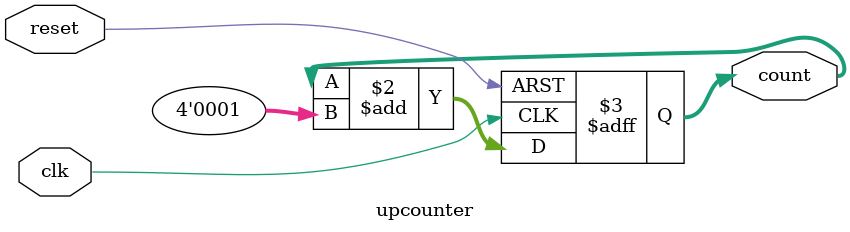
<source format=v>
module upcounter(input reset,clk,output reg [3:0] count);
  always@(posedge clk or posedge reset)//4-bit UP-COUNTER
    begin
      if(reset)
        begin
        	count<=4'b0000;
        end
      else
        count<=count+4'b0001;
    end
endmodule

</source>
